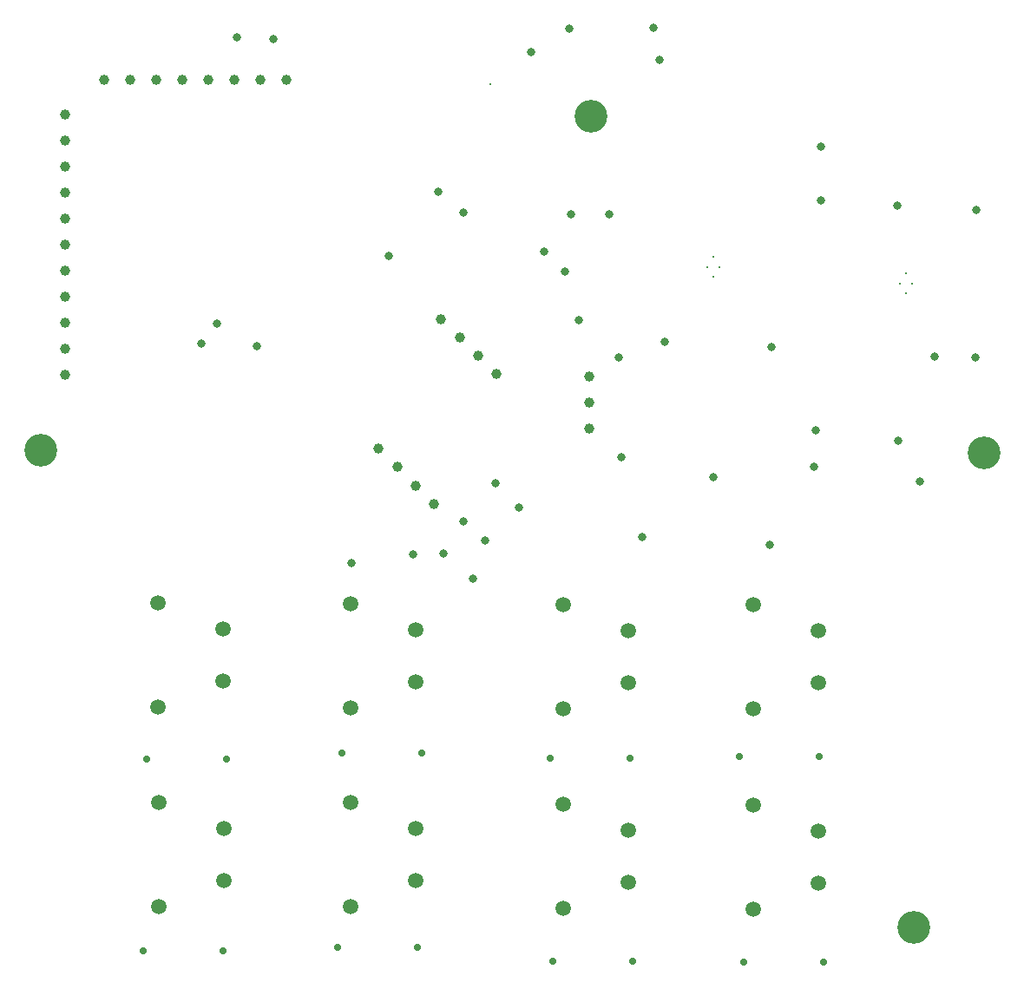
<source format=gbr>
%TF.GenerationSoftware,KiCad,Pcbnew,8.0.2*%
%TF.CreationDate,2025-08-30T14:26:55+07:00*%
%TF.ProjectId,minions,6d696e69-6f6e-4732-9e6b-696361645f70,1*%
%TF.SameCoordinates,Original*%
%TF.FileFunction,Plated,1,2,PTH,Drill*%
%TF.FilePolarity,Positive*%
%FSLAX46Y46*%
G04 Gerber Fmt 4.6, Leading zero omitted, Abs format (unit mm)*
G04 Created by KiCad (PCBNEW 8.0.2) date 2025-08-30 14:26:55*
%MOMM*%
%LPD*%
G01*
G04 APERTURE LIST*
%TA.AperFunction,ComponentDrill*%
%ADD10C,0.200000*%
%TD*%
%TA.AperFunction,ComponentDrill*%
%ADD11C,0.300000*%
%TD*%
%TA.AperFunction,ComponentDrill*%
%ADD12C,0.700000*%
%TD*%
%TA.AperFunction,ViaDrill*%
%ADD13C,0.800000*%
%TD*%
%TA.AperFunction,ComponentDrill*%
%ADD14C,1.000000*%
%TD*%
%TA.AperFunction,ComponentDrill*%
%ADD15C,1.498600*%
%TD*%
%TA.AperFunction,ComponentDrill*%
%ADD16C,3.200000*%
%TD*%
G04 APERTURE END LIST*
D10*
%TO.C,U9*%
X172687328Y-89615171D03*
X173262328Y-88665171D03*
X173262328Y-90565171D03*
X173837328Y-89615171D03*
%TO.C,U6*%
X191477328Y-91229485D03*
X192052328Y-90279485D03*
X192052328Y-92179485D03*
X192627328Y-91229485D03*
D11*
%TO.C,AE1*%
X151516790Y-71790455D03*
D12*
%TO.C,D14*%
X117640000Y-156360000D03*
%TO.C,D3*%
X117990000Y-137660000D03*
%TO.C,D14*%
X125440000Y-156360000D03*
%TO.C,D3*%
X125790000Y-137660000D03*
%TO.C,D15*%
X136590000Y-156010000D03*
%TO.C,D7*%
X137040000Y-137110000D03*
%TO.C,D15*%
X144390000Y-156010000D03*
%TO.C,D7*%
X144840000Y-137110000D03*
%TO.C,D1*%
X157360000Y-137600000D03*
%TO.C,D2*%
X157610000Y-157400000D03*
%TO.C,D1*%
X165160000Y-137600000D03*
%TO.C,D2*%
X165410000Y-157400000D03*
%TO.C,D5*%
X175810000Y-137400000D03*
%TO.C,D6*%
X176210000Y-157450000D03*
%TO.C,D5*%
X183610000Y-137400000D03*
%TO.C,D6*%
X184010000Y-157450000D03*
%TD*%
D13*
X123300000Y-97100000D03*
X124850000Y-95200000D03*
X126750000Y-67200000D03*
X128700000Y-97350000D03*
X130309996Y-67400000D03*
X137965381Y-118484619D03*
X141600000Y-88550000D03*
X143950000Y-117700000D03*
X146400000Y-82250000D03*
X146950000Y-117600000D03*
X148877942Y-114472058D03*
X148900000Y-84350000D03*
X149800000Y-120050000D03*
X151033238Y-116360877D03*
X151972058Y-110777942D03*
X154272058Y-113077942D03*
X155500000Y-68650000D03*
X156776471Y-88126471D03*
X158798529Y-90064215D03*
X159200000Y-66400000D03*
X159400000Y-84500000D03*
X160100000Y-94800000D03*
X163100000Y-84500000D03*
X164000000Y-98497671D03*
X164302328Y-108197671D03*
X166302328Y-115947671D03*
X167400000Y-66300000D03*
X168000000Y-69450000D03*
X168502328Y-96897671D03*
X173302328Y-110147671D03*
X178752328Y-116747671D03*
X178902328Y-97447671D03*
X183052328Y-109097671D03*
X183252328Y-105597671D03*
X183752328Y-77897671D03*
X183752328Y-83147671D03*
X191200000Y-83650000D03*
X191309314Y-106559314D03*
X193450000Y-110550000D03*
X194879828Y-98359486D03*
X198829828Y-98459486D03*
X198950000Y-84040245D03*
D14*
%TO.C,J5*%
X110049999Y-77320001D03*
X110050000Y-74780000D03*
X110050000Y-79860000D03*
X110050000Y-82400000D03*
X110050000Y-84939999D03*
X110050000Y-87479999D03*
X110050000Y-90020000D03*
X110050000Y-92560000D03*
X110050000Y-95100000D03*
X110050000Y-97639999D03*
X110050000Y-100180000D03*
%TO.C,J1*%
X113870000Y-71400000D03*
X116410000Y-71400000D03*
X118950001Y-71400000D03*
X121490001Y-71400000D03*
X124030000Y-71400000D03*
X126570000Y-71400000D03*
X129109996Y-71399998D03*
X131650000Y-71400000D03*
%TO.C,J3*%
X140611846Y-107361846D03*
X142407898Y-109157898D03*
X144203948Y-110953945D03*
X146000000Y-112750000D03*
%TO.C,J2*%
X146707897Y-94707898D03*
X148503949Y-96503950D03*
X150300000Y-98300000D03*
X152096051Y-100096052D03*
%TO.C,J6*%
X161127328Y-100322672D03*
X161127328Y-102862672D03*
X161127328Y-105402672D03*
D15*
%TO.C,K3*%
X119050000Y-122430000D03*
X119050000Y-132590000D03*
%TO.C,K7*%
X119150000Y-141930000D03*
X119150000Y-152090000D03*
%TO.C,K3*%
X125400000Y-124970000D03*
X125400000Y-130050000D03*
%TO.C,K7*%
X125500000Y-144470000D03*
X125500000Y-149550000D03*
%TO.C,K6*%
X137850000Y-122530000D03*
X137850000Y-132690000D03*
%TO.C,K8*%
X137850000Y-141880000D03*
X137850000Y-152040000D03*
%TO.C,K6*%
X144200000Y-125070000D03*
X144200000Y-130150000D03*
%TO.C,K8*%
X144200000Y-144420000D03*
X144200000Y-149500000D03*
%TO.C,K1*%
X158610000Y-122590000D03*
X158610000Y-132750000D03*
%TO.C,K2*%
X158610000Y-142090000D03*
X158610000Y-152250000D03*
%TO.C,K1*%
X164960000Y-125130000D03*
X164960000Y-130210000D03*
%TO.C,K2*%
X164960000Y-144630000D03*
X164960000Y-149710000D03*
%TO.C,K4*%
X177170000Y-122620000D03*
X177170000Y-132780000D03*
%TO.C,K5*%
X177170000Y-142120000D03*
X177170000Y-152280000D03*
%TO.C,K4*%
X183520000Y-125160000D03*
X183520000Y-130240000D03*
%TO.C,K5*%
X183520000Y-144660000D03*
X183520000Y-149740000D03*
D16*
%TO.C,H6*%
X107650000Y-107550000D03*
%TO.C,H4*%
X161300000Y-74950000D03*
%TO.C,H7*%
X192850000Y-154050000D03*
%TO.C,H5*%
X199650000Y-107800000D03*
M02*

</source>
